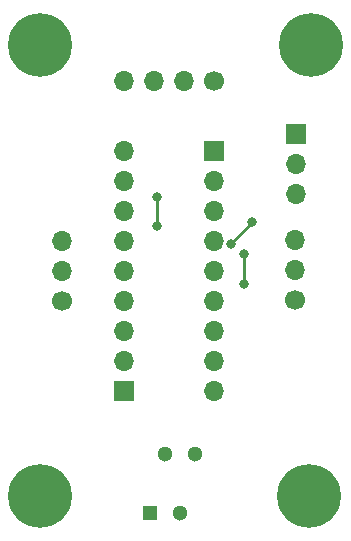
<source format=gbr>
%TF.GenerationSoftware,KiCad,Pcbnew,6.0.11-2627ca5db0~126~ubuntu22.04.1*%
%TF.CreationDate,2024-01-28T01:11:03-06:00*%
%TF.ProjectId,mp_highdriver_carrier,6d705f68-6967-4686-9472-697665725f63,rev?*%
%TF.SameCoordinates,Original*%
%TF.FileFunction,Copper,L2,Bot*%
%TF.FilePolarity,Positive*%
%FSLAX46Y46*%
G04 Gerber Fmt 4.6, Leading zero omitted, Abs format (unit mm)*
G04 Created by KiCad (PCBNEW 6.0.11-2627ca5db0~126~ubuntu22.04.1) date 2024-01-28 01:11:03*
%MOMM*%
%LPD*%
G01*
G04 APERTURE LIST*
%TA.AperFunction,ComponentPad*%
%ADD10C,1.300000*%
%TD*%
%TA.AperFunction,ComponentPad*%
%ADD11R,1.300000X1.300000*%
%TD*%
%TA.AperFunction,ComponentPad*%
%ADD12C,5.400000*%
%TD*%
%TA.AperFunction,ComponentPad*%
%ADD13C,1.700000*%
%TD*%
%TA.AperFunction,ComponentPad*%
%ADD14O,1.700000X1.700000*%
%TD*%
%TA.AperFunction,ComponentPad*%
%ADD15R,1.700000X1.700000*%
%TD*%
%TA.AperFunction,ViaPad*%
%ADD16C,0.800000*%
%TD*%
%TA.AperFunction,Conductor*%
%ADD17C,0.250000*%
%TD*%
G04 APERTURE END LIST*
D10*
%TO.P,J2,4,4*%
%TO.N,/P2-*%
X149124999Y-124700000D03*
D11*
%TO.P,J2,1,1*%
%TO.N,/P1-*%
X145374999Y-129700000D03*
D10*
%TO.P,J2,2,2*%
%TO.N,/P1+*%
X146624999Y-124700000D03*
%TO.P,J2,3,3*%
%TO.N,/P2+*%
X147874999Y-129700000D03*
%TD*%
D12*
%TO.P,H4,1,1*%
%TO.N,unconnected-(H4-Pad1)*%
X136050000Y-90100000D03*
%TD*%
D13*
%TO.P,J5,1,Pin_1*%
%TO.N,/SCL*%
X157650000Y-111690000D03*
D14*
%TO.P,J5,2,Pin_2*%
%TO.N,/SDA*%
X157650000Y-109150000D03*
%TO.P,J5,3,Pin_3*%
%TO.N,Net-(J5-Pad3)*%
X157650000Y-106610000D03*
%TD*%
D13*
%TO.P,J3,1,Pin_1*%
%TO.N,VDD*%
X150740000Y-93120000D03*
D14*
%TO.P,J3,2,Pin_2*%
%TO.N,GND*%
X148200000Y-93120000D03*
%TO.P,J3,3,Pin_3*%
%TO.N,/AMP*%
X145660000Y-93120000D03*
%TO.P,J3,4,Pin_4*%
%TO.N,Net-(J3-Pad4)*%
X143120000Y-93120000D03*
%TD*%
D12*
%TO.P,H2,1,1*%
%TO.N,unconnected-(H2-Pad1)*%
X158800000Y-128300000D03*
%TD*%
D13*
%TO.P,JP1,1,A*%
%TO.N,/CLK_INT*%
X137860000Y-111745000D03*
D14*
%TO.P,JP1,2,C*%
%TO.N,/CLK*%
X137860000Y-109205000D03*
%TO.P,JP1,3,B*%
%TO.N,Net-(J3-Pad4)*%
X137860000Y-106665000D03*
%TD*%
D12*
%TO.P,H3,1,1*%
%TO.N,unconnected-(H3-Pad1)*%
X136050000Y-128300000D03*
%TD*%
D15*
%TO.P,J4,1,Pin_1*%
%TO.N,unconnected-(J4-Pad1)*%
X150770000Y-99050000D03*
D14*
%TO.P,J4,2,Pin_2*%
%TO.N,unconnected-(J4-Pad2)*%
X150770000Y-101590000D03*
%TO.P,J4,3,Pin_3*%
%TO.N,VDD*%
X150770000Y-104130000D03*
%TO.P,J4,4,Pin_4*%
%TO.N,/{slash}RST*%
X150770000Y-106670000D03*
%TO.P,J4,5,Pin_5*%
%TO.N,/SDA*%
X150770000Y-109210000D03*
%TO.P,J4,6,Pin_6*%
%TO.N,/SCL*%
X150770000Y-111750000D03*
%TO.P,J4,7,Pin_7*%
%TO.N,GND*%
X150770000Y-114290000D03*
%TO.P,J4,8,Pin_8*%
%TO.N,/P2+*%
X150770000Y-116830000D03*
%TO.P,J4,9,Pin_9*%
%TO.N,/P2-*%
X150770000Y-119370000D03*
%TD*%
D12*
%TO.P,H1,1,1*%
%TO.N,unconnected-(H1-Pad1)*%
X158950000Y-90100000D03*
%TD*%
D15*
%TO.P,J1,1,Pin_1*%
%TO.N,/P1-*%
X143150000Y-119370000D03*
D14*
%TO.P,J1,2,Pin_2*%
%TO.N,/P1+*%
X143150000Y-116830000D03*
%TO.P,J1,3,Pin_3*%
%TO.N,GND*%
X143150000Y-114290000D03*
%TO.P,J1,4,Pin_4*%
%TO.N,/AMP*%
X143150000Y-111750000D03*
%TO.P,J1,5,Pin_5*%
%TO.N,/CLK_INT*%
X143150000Y-109210000D03*
%TO.P,J1,6,Pin_6*%
%TO.N,/CLK*%
X143150000Y-106670000D03*
%TO.P,J1,7,Pin_7*%
%TO.N,GND*%
X143150000Y-104130000D03*
%TO.P,J1,8,Pin_8*%
%TO.N,unconnected-(J1-Pad8)*%
X143150000Y-101590000D03*
%TO.P,J1,9,Pin_9*%
%TO.N,unconnected-(J1-Pad9)*%
X143150000Y-99050000D03*
%TD*%
D15*
%TO.P,JP2,1,A*%
%TO.N,VDD*%
X157670000Y-97650000D03*
D14*
%TO.P,JP2,2,C*%
%TO.N,/{slash}RST*%
X157670000Y-100190000D03*
%TO.P,JP2,3,B*%
%TO.N,Net-(J5-Pad3)*%
X157670000Y-102730000D03*
%TD*%
D16*
%TO.N,/AMP*%
X145900000Y-103000000D03*
X145900000Y-105400000D03*
%TO.N,VDD*%
X153270000Y-110360000D03*
X153290000Y-107810000D03*
%TO.N,/{slash}RST*%
X152180000Y-106930000D03*
X154020000Y-105080000D03*
%TD*%
D17*
%TO.N,/AMP*%
X145900000Y-105400000D02*
X145900000Y-103000000D01*
%TO.N,VDD*%
X153270000Y-110360000D02*
X153270000Y-107830000D01*
X153270000Y-107830000D02*
X153290000Y-107810000D01*
%TO.N,/{slash}RST*%
X152180000Y-106930000D02*
X154020000Y-105090000D01*
X154020000Y-105090000D02*
X154020000Y-105080000D01*
%TD*%
M02*

</source>
